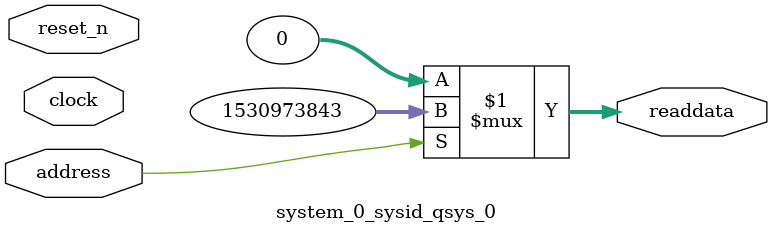
<source format=v>

`timescale 1ns / 1ps
// synthesis translate_on

// turn off superfluous verilog processor warnings 
// altera message_level Level1 
// altera message_off 10034 10035 10036 10037 10230 10240 10030 

module system_0_sysid_qsys_0 (
               // inputs:
                address,
                clock,
                reset_n,

               // outputs:
                readdata
             )
;

  output  [ 31: 0] readdata;
  input            address;
  input            clock;
  input            reset_n;

  wire    [ 31: 0] readdata;
  //control_slave, which is an e_avalon_slave
  assign readdata = address ? 1530973843 : 0;

endmodule




</source>
